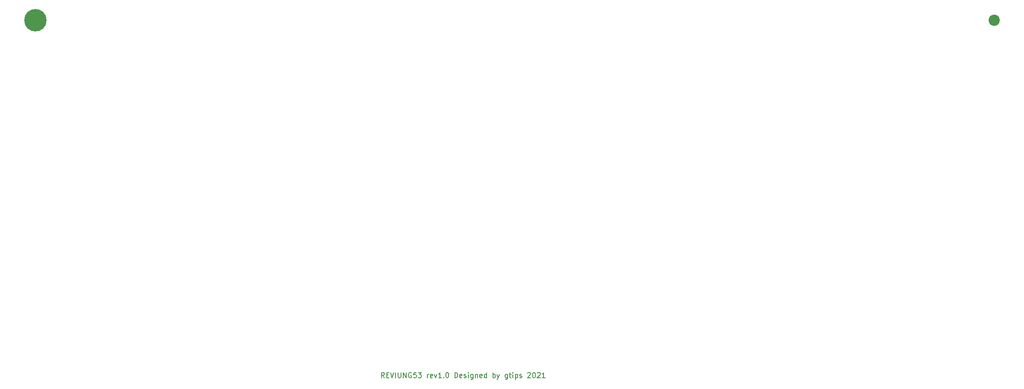
<source format=gts>
G04 #@! TF.GenerationSoftware,KiCad,Pcbnew,(5.1.9-0-10_14)*
G04 #@! TF.CreationDate,2021-12-01T15:47:24+09:00*
G04 #@! TF.ProjectId,slim_bottom_plate,736c696d-5f62-46f7-9474-6f6d5f706c61,1*
G04 #@! TF.SameCoordinates,PX1c9c380PY1c9c380*
G04 #@! TF.FileFunction,Soldermask,Top*
G04 #@! TF.FilePolarity,Negative*
%FSLAX46Y46*%
G04 Gerber Fmt 4.6, Leading zero omitted, Abs format (unit mm)*
G04 Created by KiCad (PCBNEW (5.1.9-0-10_14)) date 2021-12-01 15:47:24*
%MOMM*%
%LPD*%
G01*
G04 APERTURE LIST*
%ADD10C,0.150000*%
%ADD11C,2.200000*%
%ADD12C,4.400000*%
G04 APERTURE END LIST*
D10*
X106547619Y-76852380D02*
X106214285Y-76376190D01*
X105976190Y-76852380D02*
X105976190Y-75852380D01*
X106357142Y-75852380D01*
X106452380Y-75900000D01*
X106500000Y-75947619D01*
X106547619Y-76042857D01*
X106547619Y-76185714D01*
X106500000Y-76280952D01*
X106452380Y-76328571D01*
X106357142Y-76376190D01*
X105976190Y-76376190D01*
X106976190Y-76328571D02*
X107309523Y-76328571D01*
X107452380Y-76852380D02*
X106976190Y-76852380D01*
X106976190Y-75852380D01*
X107452380Y-75852380D01*
X107738095Y-75852380D02*
X108071428Y-76852380D01*
X108404761Y-75852380D01*
X108738095Y-76852380D02*
X108738095Y-75852380D01*
X109214285Y-75852380D02*
X109214285Y-76661904D01*
X109261904Y-76757142D01*
X109309523Y-76804761D01*
X109404761Y-76852380D01*
X109595238Y-76852380D01*
X109690476Y-76804761D01*
X109738095Y-76757142D01*
X109785714Y-76661904D01*
X109785714Y-75852380D01*
X110261904Y-76852380D02*
X110261904Y-75852380D01*
X110833333Y-76852380D01*
X110833333Y-75852380D01*
X111833333Y-75900000D02*
X111738095Y-75852380D01*
X111595238Y-75852380D01*
X111452380Y-75900000D01*
X111357142Y-75995238D01*
X111309523Y-76090476D01*
X111261904Y-76280952D01*
X111261904Y-76423809D01*
X111309523Y-76614285D01*
X111357142Y-76709523D01*
X111452380Y-76804761D01*
X111595238Y-76852380D01*
X111690476Y-76852380D01*
X111833333Y-76804761D01*
X111880952Y-76757142D01*
X111880952Y-76423809D01*
X111690476Y-76423809D01*
X112785714Y-75852380D02*
X112309523Y-75852380D01*
X112261904Y-76328571D01*
X112309523Y-76280952D01*
X112404761Y-76233333D01*
X112642857Y-76233333D01*
X112738095Y-76280952D01*
X112785714Y-76328571D01*
X112833333Y-76423809D01*
X112833333Y-76661904D01*
X112785714Y-76757142D01*
X112738095Y-76804761D01*
X112642857Y-76852380D01*
X112404761Y-76852380D01*
X112309523Y-76804761D01*
X112261904Y-76757142D01*
X113166666Y-75852380D02*
X113785714Y-75852380D01*
X113452380Y-76233333D01*
X113595238Y-76233333D01*
X113690476Y-76280952D01*
X113738095Y-76328571D01*
X113785714Y-76423809D01*
X113785714Y-76661904D01*
X113738095Y-76757142D01*
X113690476Y-76804761D01*
X113595238Y-76852380D01*
X113309523Y-76852380D01*
X113214285Y-76804761D01*
X113166666Y-76757142D01*
X114976190Y-76852380D02*
X114976190Y-76185714D01*
X114976190Y-76376190D02*
X115023809Y-76280952D01*
X115071428Y-76233333D01*
X115166666Y-76185714D01*
X115261904Y-76185714D01*
X115976190Y-76804761D02*
X115880952Y-76852380D01*
X115690476Y-76852380D01*
X115595238Y-76804761D01*
X115547619Y-76709523D01*
X115547619Y-76328571D01*
X115595238Y-76233333D01*
X115690476Y-76185714D01*
X115880952Y-76185714D01*
X115976190Y-76233333D01*
X116023809Y-76328571D01*
X116023809Y-76423809D01*
X115547619Y-76519047D01*
X116357142Y-76185714D02*
X116595238Y-76852380D01*
X116833333Y-76185714D01*
X117738095Y-76852380D02*
X117166666Y-76852380D01*
X117452380Y-76852380D02*
X117452380Y-75852380D01*
X117357142Y-75995238D01*
X117261904Y-76090476D01*
X117166666Y-76138095D01*
X118166666Y-76757142D02*
X118214285Y-76804761D01*
X118166666Y-76852380D01*
X118119047Y-76804761D01*
X118166666Y-76757142D01*
X118166666Y-76852380D01*
X118833333Y-75852380D02*
X118928571Y-75852380D01*
X119023809Y-75900000D01*
X119071428Y-75947619D01*
X119119047Y-76042857D01*
X119166666Y-76233333D01*
X119166666Y-76471428D01*
X119119047Y-76661904D01*
X119071428Y-76757142D01*
X119023809Y-76804761D01*
X118928571Y-76852380D01*
X118833333Y-76852380D01*
X118738095Y-76804761D01*
X118690476Y-76757142D01*
X118642857Y-76661904D01*
X118595238Y-76471428D01*
X118595238Y-76233333D01*
X118642857Y-76042857D01*
X118690476Y-75947619D01*
X118738095Y-75900000D01*
X118833333Y-75852380D01*
X120357142Y-76852380D02*
X120357142Y-75852380D01*
X120595238Y-75852380D01*
X120738095Y-75900000D01*
X120833333Y-75995238D01*
X120880952Y-76090476D01*
X120928571Y-76280952D01*
X120928571Y-76423809D01*
X120880952Y-76614285D01*
X120833333Y-76709523D01*
X120738095Y-76804761D01*
X120595238Y-76852380D01*
X120357142Y-76852380D01*
X121738095Y-76804761D02*
X121642857Y-76852380D01*
X121452380Y-76852380D01*
X121357142Y-76804761D01*
X121309523Y-76709523D01*
X121309523Y-76328571D01*
X121357142Y-76233333D01*
X121452380Y-76185714D01*
X121642857Y-76185714D01*
X121738095Y-76233333D01*
X121785714Y-76328571D01*
X121785714Y-76423809D01*
X121309523Y-76519047D01*
X122166666Y-76804761D02*
X122261904Y-76852380D01*
X122452380Y-76852380D01*
X122547619Y-76804761D01*
X122595238Y-76709523D01*
X122595238Y-76661904D01*
X122547619Y-76566666D01*
X122452380Y-76519047D01*
X122309523Y-76519047D01*
X122214285Y-76471428D01*
X122166666Y-76376190D01*
X122166666Y-76328571D01*
X122214285Y-76233333D01*
X122309523Y-76185714D01*
X122452380Y-76185714D01*
X122547619Y-76233333D01*
X123023809Y-76852380D02*
X123023809Y-76185714D01*
X123023809Y-75852380D02*
X122976190Y-75900000D01*
X123023809Y-75947619D01*
X123071428Y-75900000D01*
X123023809Y-75852380D01*
X123023809Y-75947619D01*
X123928571Y-76185714D02*
X123928571Y-76995238D01*
X123880952Y-77090476D01*
X123833333Y-77138095D01*
X123738095Y-77185714D01*
X123595238Y-77185714D01*
X123499999Y-77138095D01*
X123928571Y-76804761D02*
X123833333Y-76852380D01*
X123642857Y-76852380D01*
X123547619Y-76804761D01*
X123499999Y-76757142D01*
X123452380Y-76661904D01*
X123452380Y-76376190D01*
X123499999Y-76280952D01*
X123547619Y-76233333D01*
X123642857Y-76185714D01*
X123833333Y-76185714D01*
X123928571Y-76233333D01*
X124404761Y-76185714D02*
X124404761Y-76852380D01*
X124404761Y-76280952D02*
X124452380Y-76233333D01*
X124547619Y-76185714D01*
X124690476Y-76185714D01*
X124785714Y-76233333D01*
X124833333Y-76328571D01*
X124833333Y-76852380D01*
X125690476Y-76804761D02*
X125595238Y-76852380D01*
X125404761Y-76852380D01*
X125309523Y-76804761D01*
X125261904Y-76709523D01*
X125261904Y-76328571D01*
X125309523Y-76233333D01*
X125404761Y-76185714D01*
X125595238Y-76185714D01*
X125690476Y-76233333D01*
X125738095Y-76328571D01*
X125738095Y-76423809D01*
X125261904Y-76519047D01*
X126595238Y-76852380D02*
X126595238Y-75852380D01*
X126595238Y-76804761D02*
X126499999Y-76852380D01*
X126309523Y-76852380D01*
X126214285Y-76804761D01*
X126166666Y-76757142D01*
X126119047Y-76661904D01*
X126119047Y-76376190D01*
X126166666Y-76280952D01*
X126214285Y-76233333D01*
X126309523Y-76185714D01*
X126499999Y-76185714D01*
X126595238Y-76233333D01*
X127833333Y-76852380D02*
X127833333Y-75852380D01*
X127833333Y-76233333D02*
X127928571Y-76185714D01*
X128119047Y-76185714D01*
X128214285Y-76233333D01*
X128261904Y-76280952D01*
X128309523Y-76376190D01*
X128309523Y-76661904D01*
X128261904Y-76757142D01*
X128214285Y-76804761D01*
X128119047Y-76852380D01*
X127928571Y-76852380D01*
X127833333Y-76804761D01*
X128642857Y-76185714D02*
X128880952Y-76852380D01*
X129119047Y-76185714D02*
X128880952Y-76852380D01*
X128785714Y-77090476D01*
X128738095Y-77138095D01*
X128642857Y-77185714D01*
X130690476Y-76185714D02*
X130690476Y-76995238D01*
X130642857Y-77090476D01*
X130595238Y-77138095D01*
X130499999Y-77185714D01*
X130357142Y-77185714D01*
X130261904Y-77138095D01*
X130690476Y-76804761D02*
X130595238Y-76852380D01*
X130404761Y-76852380D01*
X130309523Y-76804761D01*
X130261904Y-76757142D01*
X130214285Y-76661904D01*
X130214285Y-76376190D01*
X130261904Y-76280952D01*
X130309523Y-76233333D01*
X130404761Y-76185714D01*
X130595238Y-76185714D01*
X130690476Y-76233333D01*
X131023809Y-76185714D02*
X131404761Y-76185714D01*
X131166666Y-75852380D02*
X131166666Y-76709523D01*
X131214285Y-76804761D01*
X131309523Y-76852380D01*
X131404761Y-76852380D01*
X131738095Y-76852380D02*
X131738095Y-76185714D01*
X131738095Y-75852380D02*
X131690476Y-75900000D01*
X131738095Y-75947619D01*
X131785714Y-75900000D01*
X131738095Y-75852380D01*
X131738095Y-75947619D01*
X132214285Y-76185714D02*
X132214285Y-77185714D01*
X132214285Y-76233333D02*
X132309523Y-76185714D01*
X132499999Y-76185714D01*
X132595238Y-76233333D01*
X132642857Y-76280952D01*
X132690476Y-76376190D01*
X132690476Y-76661904D01*
X132642857Y-76757142D01*
X132595238Y-76804761D01*
X132499999Y-76852380D01*
X132309523Y-76852380D01*
X132214285Y-76804761D01*
X133071428Y-76804761D02*
X133166666Y-76852380D01*
X133357142Y-76852380D01*
X133452380Y-76804761D01*
X133499999Y-76709523D01*
X133499999Y-76661904D01*
X133452380Y-76566666D01*
X133357142Y-76519047D01*
X133214285Y-76519047D01*
X133119047Y-76471428D01*
X133071428Y-76376190D01*
X133071428Y-76328571D01*
X133119047Y-76233333D01*
X133214285Y-76185714D01*
X133357142Y-76185714D01*
X133452380Y-76233333D01*
X134642857Y-75947619D02*
X134690476Y-75900000D01*
X134785714Y-75852380D01*
X135023809Y-75852380D01*
X135119047Y-75900000D01*
X135166666Y-75947619D01*
X135214285Y-76042857D01*
X135214285Y-76138095D01*
X135166666Y-76280952D01*
X134595238Y-76852380D01*
X135214285Y-76852380D01*
X135833333Y-75852380D02*
X135928571Y-75852380D01*
X136023809Y-75900000D01*
X136071428Y-75947619D01*
X136119047Y-76042857D01*
X136166666Y-76233333D01*
X136166666Y-76471428D01*
X136119047Y-76661904D01*
X136071428Y-76757142D01*
X136023809Y-76804761D01*
X135928571Y-76852380D01*
X135833333Y-76852380D01*
X135738095Y-76804761D01*
X135690476Y-76757142D01*
X135642857Y-76661904D01*
X135595238Y-76471428D01*
X135595238Y-76233333D01*
X135642857Y-76042857D01*
X135690476Y-75947619D01*
X135738095Y-75900000D01*
X135833333Y-75852380D01*
X136547619Y-75947619D02*
X136595238Y-75900000D01*
X136690476Y-75852380D01*
X136928571Y-75852380D01*
X137023809Y-75900000D01*
X137071428Y-75947619D01*
X137119047Y-76042857D01*
X137119047Y-76138095D01*
X137071428Y-76280952D01*
X136499999Y-76852380D01*
X137119047Y-76852380D01*
X138071428Y-76852380D02*
X137499999Y-76852380D01*
X137785714Y-76852380D02*
X137785714Y-75852380D01*
X137690476Y-75995238D01*
X137595238Y-76090476D01*
X137499999Y-76138095D01*
D11*
X226160000Y-6600000D03*
D12*
X38140000Y-6620000D03*
M02*

</source>
